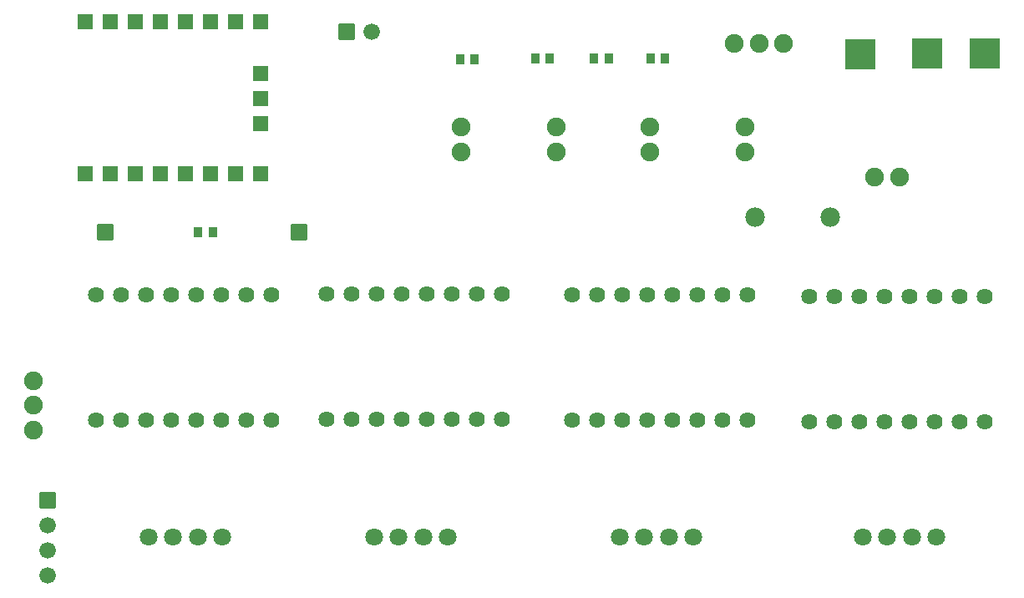
<source format=gts>
G04 Layer: TopSolderMaskLayer*
G04 EasyEDA v6.5.22, 2023-02-28 18:31:49*
G04 0f5abc17f4e243e5a26b6cc200d52bdd,5d2348555bc34ac8837521f0f1db218d,10*
G04 Gerber Generator version 0.2*
G04 Scale: 100 percent, Rotated: No, Reflected: No *
G04 Dimensions in millimeters *
G04 leading zeros omitted , absolute positions ,4 integer and 5 decimal *
%FSLAX45Y45*%
%MOMM*%

%AMMACRO1*1,1,$1,$2,$3*1,1,$1,$4,$5*1,1,$1,0-$2,0-$3*1,1,$1,0-$4,0-$5*20,1,$1,$2,$3,$4,$5,0*20,1,$1,$4,$5,0-$2,0-$3,0*20,1,$1,0-$2,0-$3,0-$4,0-$5,0*20,1,$1,0-$4,0-$5,$2,$3,0*4,1,4,$2,$3,$4,$5,0-$2,0-$3,0-$4,0-$5,$2,$3,0*%
%ADD10MACRO1,0.1016X0.7874X0.7874X0.7874X-0.7874*%
%ADD11C,1.6764*%
%ADD12C,1.9016*%
%ADD13MACRO1,0.02X-0.75X-0.75X-0.75X0.75*%
%ADD14C,1.9000*%
%ADD15C,1.8000*%
%ADD16C,1.9812*%
%ADD17MACRO1,0.1016X0.4032X0.432X0.4032X-0.432*%
%ADD18MACRO1,0.1016X-0.4032X0.432X-0.4032X-0.432*%
%ADD19C,1.6256*%
%ADD20MACRO1,0.1016X-0.4032X-0.432X-0.4032X0.432*%
%ADD21MACRO1,0.1016X0.4032X-0.432X0.4032X0.432*%
%ADD22MACRO1,0.1016X1.5X1.5X1.5X-1.5*%

%LPD*%
D10*
G01*
X3721100Y6286500D03*
D11*
G01*
X3975100Y6286500D03*
D12*
G01*
X9069831Y4813300D03*
G01*
X9320022Y4813300D03*
G01*
X7759827Y5069204D03*
G01*
X7759827Y5319395D03*
G01*
X6794627Y5069204D03*
G01*
X6794627Y5319395D03*
G01*
X5842127Y5069204D03*
G01*
X5842127Y5319395D03*
G01*
X4876927Y5069204D03*
G01*
X4876927Y5319395D03*
D13*
G01*
X1066800Y4851400D03*
G01*
X1320800Y4851400D03*
G01*
X1574800Y4851400D03*
G01*
X1828800Y4851400D03*
G01*
X2082800Y4851400D03*
G01*
X2336800Y4851400D03*
G01*
X2590800Y4851400D03*
G01*
X2844800Y4851400D03*
G01*
X2844800Y6388100D03*
G01*
X2590800Y6388100D03*
G01*
X2336800Y6388100D03*
G01*
X2082800Y6388100D03*
G01*
X1828800Y6388100D03*
G01*
X1574800Y6388100D03*
G01*
X1320800Y6388100D03*
G01*
X1066800Y6388100D03*
G01*
X2844800Y5359400D03*
G01*
X2844800Y5613400D03*
G01*
X2844800Y5867400D03*
D14*
G01*
X7649413Y6172200D03*
G01*
X7899400Y6172200D03*
G01*
X8149412Y6172200D03*
G01*
X546100Y2251887D03*
G01*
X546100Y2501874D03*
G01*
X546100Y2751886D03*
D15*
G01*
X4743805Y1168400D03*
G01*
X4493793Y1168400D03*
G01*
X4243806Y1168400D03*
G01*
X3993794Y1168400D03*
G01*
X7233005Y1168400D03*
G01*
X6982993Y1168400D03*
G01*
X6733006Y1168400D03*
G01*
X6482994Y1168400D03*
G01*
X9696805Y1168400D03*
G01*
X9446793Y1168400D03*
G01*
X9196806Y1168400D03*
G01*
X8946794Y1168400D03*
D10*
G01*
X685800Y1536700D03*
D11*
G01*
X685800Y1282700D03*
G01*
X685800Y1028700D03*
G01*
X685800Y774700D03*
D16*
G01*
X7861300Y4406900D03*
G01*
X8623300Y4406900D03*
D10*
G01*
X3238500Y4254500D03*
G01*
X1270000Y4254500D03*
D15*
G01*
X2457704Y1168501D03*
G01*
X2207691Y1168501D03*
G01*
X1957704Y1168501D03*
G01*
X1707692Y1168501D03*
D17*
G01*
X6795375Y6019800D03*
D18*
G01*
X6946024Y6019800D03*
D17*
G01*
X6223875Y6019800D03*
D18*
G01*
X6374524Y6019800D03*
D17*
G01*
X5626975Y6019800D03*
D18*
G01*
X5777624Y6019800D03*
D17*
G01*
X4864975Y6007100D03*
D18*
G01*
X5015624Y6007100D03*
D19*
G01*
X1181100Y3619500D03*
G01*
X1435100Y3619500D03*
G01*
X1689100Y3619500D03*
G01*
X1943100Y3619500D03*
G01*
X2197100Y3619500D03*
G01*
X2451100Y3619500D03*
G01*
X2705100Y3619500D03*
G01*
X2959100Y3619500D03*
G01*
X2959100Y2349500D03*
G01*
X2705100Y2349500D03*
G01*
X2451100Y2349500D03*
G01*
X2197100Y2349500D03*
G01*
X1943100Y2349500D03*
G01*
X1689100Y2349500D03*
G01*
X1435100Y2349500D03*
G01*
X1181100Y2349500D03*
G01*
X3517900Y3632200D03*
G01*
X3771900Y3632200D03*
G01*
X4025900Y3632200D03*
G01*
X4279900Y3632200D03*
G01*
X4533900Y3632200D03*
G01*
X4787900Y3632200D03*
G01*
X5041900Y3632200D03*
G01*
X5295900Y3632200D03*
G01*
X5295900Y2362200D03*
G01*
X5041900Y2362200D03*
G01*
X4787900Y2362200D03*
G01*
X4533900Y2362200D03*
G01*
X4279900Y2362200D03*
G01*
X4025900Y2362200D03*
G01*
X3771900Y2362200D03*
G01*
X3517900Y2362200D03*
G01*
X6007100Y3619500D03*
G01*
X6261100Y3619500D03*
G01*
X6515100Y3619500D03*
G01*
X6769100Y3619500D03*
G01*
X7023100Y3619500D03*
G01*
X7277100Y3619500D03*
G01*
X7531100Y3619500D03*
G01*
X7785100Y3619500D03*
G01*
X7785100Y2349500D03*
G01*
X7531100Y2349500D03*
G01*
X7277100Y2349500D03*
G01*
X7023100Y2349500D03*
G01*
X6769100Y2349500D03*
G01*
X6515100Y2349500D03*
G01*
X6261100Y2349500D03*
G01*
X6007100Y2349500D03*
G01*
X8407400Y3606800D03*
G01*
X8661400Y3606800D03*
G01*
X8915400Y3606800D03*
G01*
X9169400Y3606800D03*
G01*
X9423400Y3606800D03*
G01*
X9677400Y3606800D03*
G01*
X9931400Y3606800D03*
G01*
X10185400Y3606800D03*
G01*
X10185400Y2336800D03*
G01*
X9931400Y2336800D03*
G01*
X9677400Y2336800D03*
G01*
X9423400Y2336800D03*
G01*
X9169400Y2336800D03*
G01*
X8915400Y2336800D03*
G01*
X8661400Y2336800D03*
G01*
X8407400Y2336800D03*
D20*
G01*
X2361324Y4254500D03*
D21*
G01*
X2210675Y4254500D03*
D22*
G01*
X8928100Y6057900D03*
G01*
X9601200Y6070600D03*
G01*
X10185400Y6070600D03*
M02*

</source>
